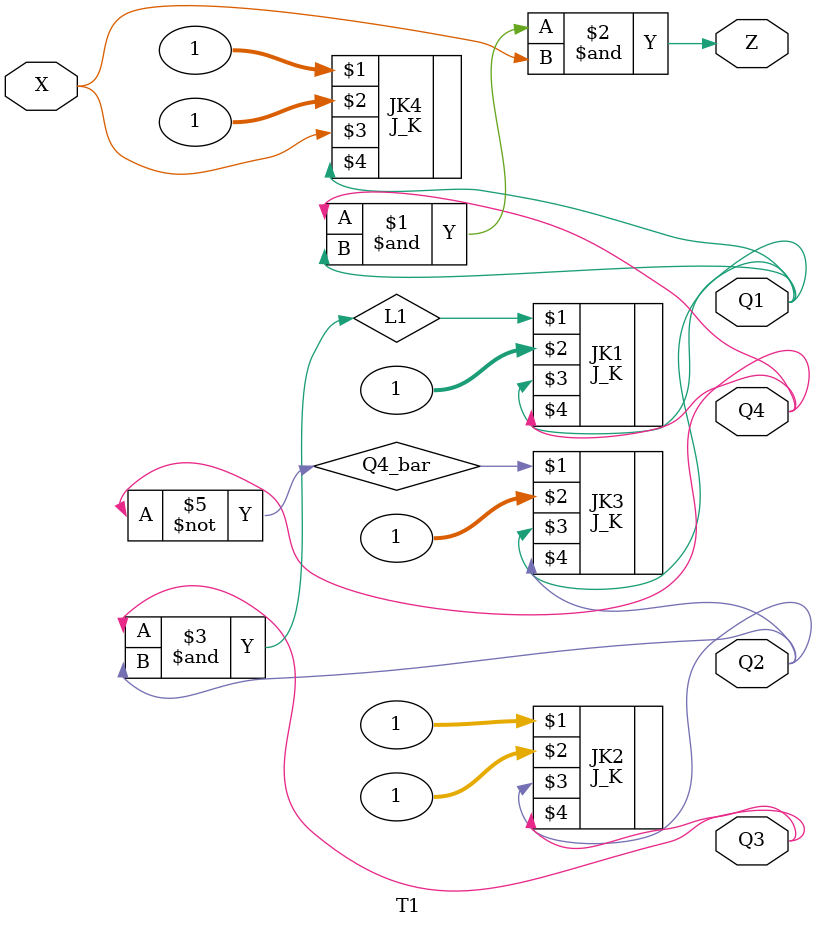
<source format=v>
`timescale 1ns / 1ps


module T1(X,Z,Q1,Q2,Q3,Q4);
    input X;
    output Z;
    output Q1;
    output Q2;
    output Q3;
    output Q4;
    wire Q4;
    wire Q4_bar;
    wire Q3;
    wire Q2;
    wire Q1;
    assign Z = (Q4 & Q1 & X);
    assign L1 = (Q3 & Q2);
    J_K JK1(L1,1,Q1,Q4);
    assign Q4_bar = ~Q4;
    J_K JK2(1,1,Q2,Q3);
    J_K JK3(Q4_bar,1,Q1,Q2);
    J_K JK4(1,1,X,Q1);
    
endmodule

</source>
